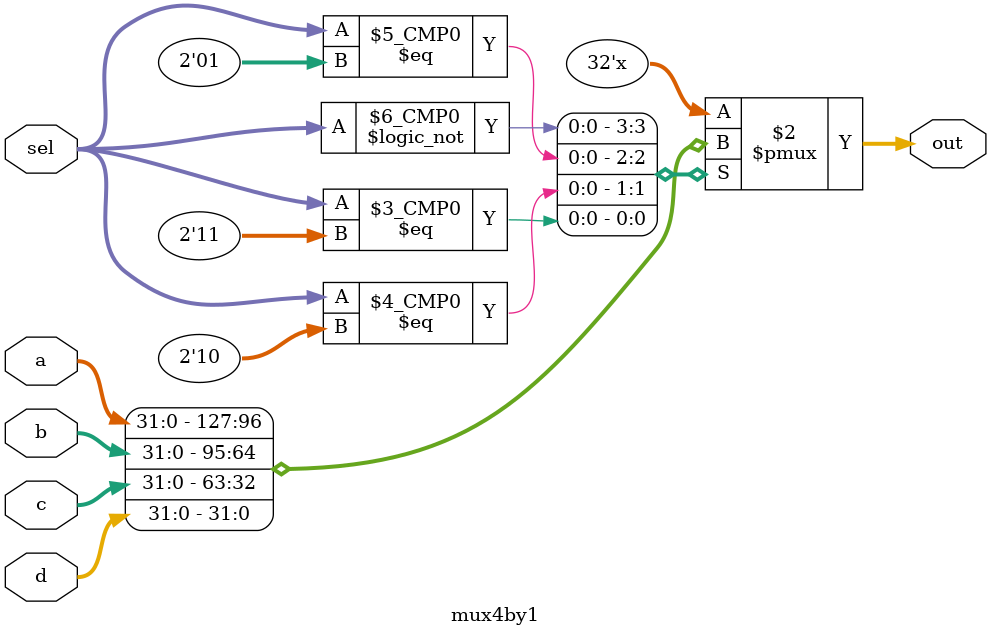
<source format=v>
`timescale 1ns / 1ps

module mux4by1 #(parameter n = 32)(
    input [n-1:0] a, b, c, d,
    input [1:0] sel,
    output reg [n-1:0] out
);
    always @(*) begin
        case(sel)
            2'b00: out = a;  // Original value from ID/EX register
            2'b01: out = b;  // Forwarded value from MEM/WB stage
            2'b10: out = c;  // Forwarded value from EX/MEM stage
            2'b11: out = d;  // This input is not used in our forwarding logic
            default: out = a;
        endcase
    end
endmodule


</source>
